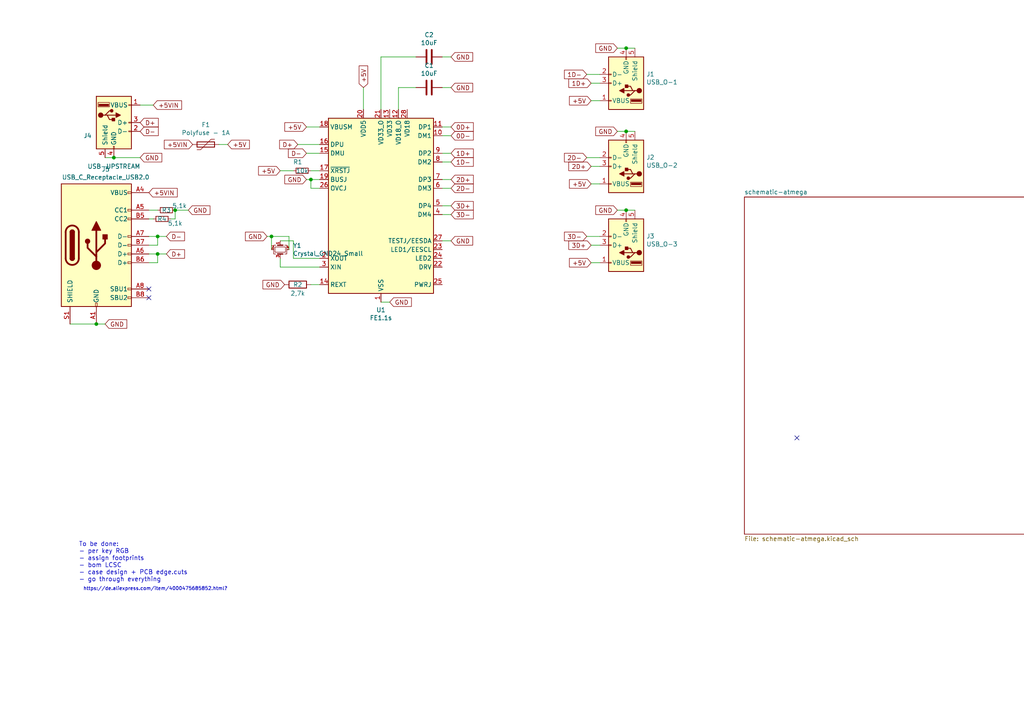
<source format=kicad_sch>
(kicad_sch (version 20220103) (generator eeschema)
  (paper "A4")
  (lib_symbols
    (symbol "usbhub-macropad-rescue:C-Device" (pin_numbers hide) (pin_names (offset 0.254))
      (property "Reference" "C" (at 0.635 2.54 0))
      (property "Value" "C-Device" (at 0.635 -2.54 0))
      (symbol "C-Device_0_1"
        (polyline (pts (xy -2.032 -0.762) (xy 2.032 -0.762)) (stroke (width 0.508)))
        (polyline (pts (xy -2.032 0.762) (xy 2.032 0.762)) (stroke (width 0.508)))
      )
      (symbol "C-Device_1_1"
        (pin passive line (at 0 3.81 270) (length 2.794) (name "~") (number "1"))
        (pin passive line (at 0 -3.81 90) (length 2.794) (name "~") (number "2"))
      )
    )
    (symbol "usbhub-macropad-rescue:Crystal_GND24_Small-Device" (pin_names (offset 1.016) hide)
      (property "Reference" "Y" (at 1.27 4.445 0))
      (property "Value" "Crystal_GND24_Small-Device" (at 1.27 2.54 0))
      (symbol "Crystal_GND24_Small-Device_0_1"
        (rectangle (start -0.762 -1.524) (end 0.762 1.524))
        (polyline (pts (xy -1.27 -0.762) (xy -1.27 0.762)) (stroke (width 0.381)))
        (polyline (pts (xy 1.27 -0.762) (xy 1.27 0.762)) (stroke (width 0.381)))
        (polyline (pts (xy -1.27 -1.27) (xy -1.27 -1.905) (xy 1.27 -1.905) (xy 1.27 -1.27)))
        (polyline (pts (xy -1.27 1.27) (xy -1.27 1.905) (xy 1.27 1.905) (xy 1.27 1.27)))
      )
      (symbol "Crystal_GND24_Small-Device_1_1"
        (pin passive line (at -2.54 0 0) (length 1.27) (name "1") (number "1"))
        (pin passive line (at 0 -2.54 90) (length 0.635) (name "2") (number "2"))
        (pin passive line (at 2.54 0 180) (length 1.27) (name "3") (number "3"))
        (pin passive line (at 0 2.54 270) (length 0.635) (name "4") (number "4"))
      )
    )
    (symbol "usbhub-macropad-rescue:FE1.1s-Interface_USB"
      (property "Reference" "U" (at -11.43 26.67 0))
      (property "Value" "FE1.1s-Interface_USB" (at 12.7 27.94 0))
      (symbol "FE1.1s-Interface_USB_0_1"
        (rectangle (start -15.24 25.4) (end 15.24 -25.4) (stroke (width 0.254)) (fill (type background)))
      )
      (symbol "FE1.1s-Interface_USB_1_1"
        (pin power_in line (at 0 -27.94 90) (length 2.54) (name "VSS") (number "1"))
        (pin bidirectional line (at 17.78 20.32 180) (length 2.54) (name "DM1") (number "10"))
        (pin bidirectional line (at 17.78 22.86 180) (length 2.54) (name "DP1") (number "11"))
        (pin power_out line (at 5.08 27.94 270) (length 2.54) (name "VD18_O") (number "12"))
        (pin power_in line (at 2.54 27.94 270) (length 2.54) (name "VD33") (number "13"))
        (pin passive line (at -17.78 -22.86 0) (length 2.54) (name "REXT") (number "14"))
        (pin bidirectional line (at -17.78 15.24 0) (length 2.54) (name "DMU") (number "15"))
        (pin bidirectional line (at -17.78 17.78 0) (length 2.54) (name "DPU") (number "16"))
        (pin input line (at -17.78 10.16 0) (length 2.54) (name "~{XRSTJ}") (number "17"))
        (pin input line (at -17.78 22.86 0) (length 2.54) (name "VBUSM") (number "18"))
        (pin input line (at -17.78 7.62 0) (length 2.54) (name "BUSJ") (number "19"))
        (pin output line (at -17.78 -15.24 0) (length 2.54) (name "XOUT") (number "2"))
        (pin power_in line (at -5.08 27.94 270) (length 2.54) (name "VDD5") (number "20"))
        (pin power_out line (at 0 27.94 270) (length 2.54) (name "VD33_O") (number "21"))
        (pin bidirectional line (at 17.78 -17.78 180) (length 2.54) (name "DRV") (number "22"))
        (pin bidirectional line (at 17.78 -12.7 180) (length 2.54) (name "LED1/EESCL") (number "23"))
        (pin bidirectional line (at 17.78 -15.24 180) (length 2.54) (name "LED2") (number "24"))
        (pin output line (at 17.78 -22.86 180) (length 2.54) (name "PWRJ") (number "25"))
        (pin input line (at -17.78 5.08 0) (length 2.54) (name "OVCJ") (number "26"))
        (pin bidirectional line (at 17.78 -10.16 180) (length 2.54) (name "TESTJ/EESDA") (number "27"))
        (pin power_in line (at 7.62 27.94 270) (length 2.54) (name "VD18") (number "28"))
        (pin input line (at -17.78 -17.78 0) (length 2.54) (name "XIN") (number "3"))
        (pin bidirectional line (at 17.78 -2.54 180) (length 2.54) (name "DM4") (number "4"))
        (pin bidirectional line (at 17.78 0 180) (length 2.54) (name "DP4") (number "5"))
        (pin bidirectional line (at 17.78 5.08 180) (length 2.54) (name "DM3") (number "6"))
        (pin bidirectional line (at 17.78 7.62 180) (length 2.54) (name "DP3") (number "7"))
        (pin bidirectional line (at 17.78 12.7 180) (length 2.54) (name "DM2") (number "8"))
        (pin bidirectional line (at 17.78 15.24 180) (length 2.54) (name "DP2") (number "9"))
      )
    )
    (symbol "usbhub-macropad-rescue:Polyfuse-Device" (pin_numbers hide) (pin_names (offset 0))
      (property "Reference" "F" (at -2.54 0 90))
      (property "Value" "Polyfuse-Device" (at 2.54 0 90))
      (symbol "Polyfuse-Device_0_1"
        (rectangle (start -0.762 2.54) (end 0.762 -2.54) (stroke (width 0.254)))
        (polyline (pts (xy 0 2.54) (xy 0 -2.54)))
        (polyline (pts (xy -1.524 2.54) (xy -1.524 1.524) (xy 1.524 -1.524) (xy 1.524 -2.54)))
      )
      (symbol "Polyfuse-Device_1_1"
        (pin passive line (at 0 3.81 270) (length 1.27) (name "~") (number "1"))
        (pin passive line (at 0 -3.81 90) (length 1.27) (name "~") (number "2"))
      )
    )
    (symbol "usbhub-macropad-rescue:R-Device" (pin_numbers hide) (pin_names (offset 0))
      (property "Reference" "R" (at 2.032 0 90))
      (property "Value" "R-Device" (at 0 0 90))
      (symbol "R-Device_0_1"
        (rectangle (start -1.016 -2.54) (end 1.016 2.54) (stroke (width 0.254)))
      )
      (symbol "R-Device_1_1"
        (pin passive line (at 0 3.81 270) (length 1.27) (name "~") (number "1"))
        (pin passive line (at 0 -3.81 90) (length 1.27) (name "~") (number "2"))
      )
    )
    (symbol "usbhub-macropad-rescue:R_Small-Device" (pin_numbers hide) (pin_names (offset 0.254) hide)
      (property "Reference" "R" (at 0.762 0.508 0))
      (property "Value" "R_Small-Device" (at 0.762 -1.016 0))
      (symbol "R_Small-Device_0_1"
        (rectangle (start -0.762 1.778) (end 0.762 -1.778) (stroke (width 0.2032)))
      )
      (symbol "R_Small-Device_1_1"
        (pin passive line (at 0 2.54 270) (length 0.762) (name "~") (number "1"))
        (pin passive line (at 0 -2.54 90) (length 0.762) (name "~") (number "2"))
      )
    )
    (symbol "usbhub-macropad-rescue:USB_A-Connector" (pin_names (offset 1.016))
      (property "Reference" "J" (at -5.08 11.43 0))
      (property "Value" "USB_A-Connector" (at -5.08 8.89 0))
      (symbol "USB_A-Connector_0_1"
        (rectangle (start -5.08 -7.62) (end 5.08 7.62) (stroke (width 0.254)) (fill (type background)))
        (circle (center -3.81 2.159) (radius 0.635) (stroke (width 0.254)) (fill (type outline)))
        (rectangle (start -1.524 4.826) (end -4.318 5.334) (fill (type outline)))
        (rectangle (start -1.27 4.572) (end -4.572 5.842))
        (circle (center -0.635 3.429) (radius 0.381) (stroke (width 0.254)) (fill (type outline)))
        (rectangle (start -0.127 -7.62) (end 0.127 -6.858))
        (polyline (pts (xy -3.175 2.159) (xy -2.54 2.159) (xy -1.27 3.429) (xy -0.635 3.429)) (stroke (width 0.254)))
        (polyline (pts (xy -2.54 2.159) (xy -1.905 2.159) (xy -1.27 0.889) (xy 0 0.889)) (stroke (width 0.254)))
        (polyline (pts (xy 0.635 2.794) (xy 0.635 1.524) (xy 1.905 2.159) (xy 0.635 2.794)) (stroke (width 0.254)) (fill (type outline)))
        (rectangle (start 0.254 1.27) (end -0.508 0.508) (stroke (width 0.254)) (fill (type outline)))
        (rectangle (start 5.08 -2.667) (end 4.318 -2.413))
        (rectangle (start 5.08 -0.127) (end 4.318 0.127))
        (rectangle (start 5.08 4.953) (end 4.318 5.207))
      )
      (symbol "USB_A-Connector_1_1"
        (polyline (pts (xy -1.905 2.159) (xy 0.635 2.159)) (stroke (width 0.254)))
        (pin power_in line (at 7.62 5.08 180) (length 2.54) (name "VBUS") (number "1"))
        (pin bidirectional line (at 7.62 -2.54 180) (length 2.54) (name "D-") (number "2"))
        (pin bidirectional line (at 7.62 0 180) (length 2.54) (name "D+") (number "3"))
        (pin power_in line (at 0 -10.16 90) (length 2.54) (name "GND") (number "4"))
        (pin passive line (at -2.54 -10.16 90) (length 2.54) (name "Shield") (number "5"))
      )
    )
    (symbol "usbhub-macropad-rescue:USB_C_Receptacle_USB2.0-Connector" (pin_names (offset 1.016))
      (property "Reference" "J" (at -10.16 19.05 0))
      (property "Value" "USB_C_Receptacle_USB2.0-Connector" (at 19.05 19.05 0))
      (symbol "USB_C_Receptacle_USB2.0-Connector_0_0"
        (rectangle (start -0.254 -17.78) (end 0.254 -16.764))
        (rectangle (start 10.16 -14.986) (end 9.144 -15.494))
        (rectangle (start 10.16 -12.446) (end 9.144 -12.954))
        (rectangle (start 10.16 -4.826) (end 9.144 -5.334))
        (rectangle (start 10.16 -2.286) (end 9.144 -2.794))
        (rectangle (start 10.16 0.254) (end 9.144 -0.254))
        (rectangle (start 10.16 2.794) (end 9.144 2.286))
        (rectangle (start 10.16 7.874) (end 9.144 7.366))
        (rectangle (start 10.16 10.414) (end 9.144 9.906))
        (rectangle (start 10.16 15.494) (end 9.144 14.986))
      )
      (symbol "USB_C_Receptacle_USB2.0-Connector_0_1"
        (rectangle (start -10.16 17.78) (end 10.16 -17.78) (stroke (width 0.254)) (fill (type background)))
        (arc (start -8.89 -3.81) (mid -6.985 -5.715) (end -5.08 -3.81) (stroke (width 0.508)))
        (arc (start -7.62 -3.81) (mid -6.985 -4.445) (end -6.35 -3.81) (stroke (width 0.254)))
        (arc (start -7.62 -3.81) (mid -6.985 -4.445) (end -6.35 -3.81) (stroke (width 0.254)) (fill (type outline)))
        (rectangle (start -7.62 -3.81) (end -6.35 3.81) (stroke (width 0.254)) (fill (type outline)))
        (arc (start -6.35 3.81) (mid -6.985 4.445) (end -7.62 3.81) (stroke (width 0.254)))
        (arc (start -6.35 3.81) (mid -6.985 4.445) (end -7.62 3.81) (stroke (width 0.254)) (fill (type outline)))
        (arc (start -5.08 3.81) (mid -6.985 5.715) (end -8.89 3.81) (stroke (width 0.508)))
        (circle (center -2.54 1.143) (radius 0.635) (stroke (width 0.254)) (fill (type outline)))
        (circle (center 0 -5.842) (radius 1.27) (fill (type outline)))
        (polyline (pts (xy -8.89 -3.81) (xy -8.89 3.81)) (stroke (width 0.508)))
        (polyline (pts (xy -5.08 3.81) (xy -5.08 -3.81)) (stroke (width 0.508)))
        (polyline (pts (xy 0 -5.842) (xy 0 4.318)) (stroke (width 0.508)))
        (polyline (pts (xy 0 -3.302) (xy -2.54 -0.762) (xy -2.54 0.508)) (stroke (width 0.508)))
        (polyline (pts (xy 0 -2.032) (xy 2.54 0.508) (xy 2.54 1.778)) (stroke (width 0.508)))
        (polyline (pts (xy -1.27 4.318) (xy 0 6.858) (xy 1.27 4.318) (xy -1.27 4.318)) (stroke (width 0.254)) (fill (type outline)))
        (rectangle (start 1.905 1.778) (end 3.175 3.048) (stroke (width 0.254)) (fill (type outline)))
      )
      (symbol "USB_C_Receptacle_USB2.0-Connector_1_1"
        (pin passive line (at 0 -22.86 90) (length 5.08) (name "GND") (number "A1"))
        (pin passive line (at 0 -22.86 90) (length 5.08) hide (name "GND") (number "A12"))
        (pin passive line (at 15.24 15.24 180) (length 5.08) (name "VBUS") (number "A4"))
        (pin bidirectional line (at 15.24 10.16 180) (length 5.08) (name "CC1") (number "A5"))
        (pin bidirectional line (at 15.24 -2.54 180) (length 5.08) (name "D+") (number "A6"))
        (pin bidirectional line (at 15.24 2.54 180) (length 5.08) (name "D-") (number "A7"))
        (pin bidirectional line (at 15.24 -12.7 180) (length 5.08) (name "SBU1") (number "A8"))
        (pin passive line (at 15.24 15.24 180) (length 5.08) hide (name "VBUS") (number "A9"))
        (pin passive line (at 0 -22.86 90) (length 5.08) hide (name "GND") (number "B1"))
        (pin passive line (at 0 -22.86 90) (length 5.08) hide (name "GND") (number "B12"))
        (pin passive line (at 15.24 15.24 180) (length 5.08) hide (name "VBUS") (number "B4"))
        (pin bidirectional line (at 15.24 7.62 180) (length 5.08) (name "CC2") (number "B5"))
        (pin bidirectional line (at 15.24 -5.08 180) (length 5.08) (name "D+") (number "B6"))
        (pin bidirectional line (at 15.24 0 180) (length 5.08) (name "D-") (number "B7"))
        (pin bidirectional line (at 15.24 -15.24 180) (length 5.08) (name "SBU2") (number "B8"))
        (pin passive line (at 15.24 15.24 180) (length 5.08) hide (name "VBUS") (number "B9"))
        (pin passive line (at -7.62 -22.86 90) (length 5.08) (name "SHIELD") (number "S1"))
      )
    )
  )
  (junction (at 27.94 93.98))
  (junction (at 181.61 38.1))
  (junction (at 181.61 60.96))
  (junction (at 45.72 68.58))
  (junction (at 90.17 52.07))
  (junction (at 181.61 13.97))
  (junction (at 50.8 60.96))
  (junction (at 45.72 73.66))
  (junction (at 78.74 68.58))
  (junction (at 33.02 45.72))
  (no_connect (at 231.14 127))
  (no_connect (at 43.18 86.36))
  (no_connect (at 43.18 83.82))
  (wire (pts (xy 45.72 68.58) (xy 48.26 68.58)))
  (wire (pts (xy 45.72 71.12) (xy 45.72 68.58)))
  (wire (pts (xy 78.74 68.58) (xy 77.47 68.58)))
  (wire (pts (xy 115.57 31.75) (xy 115.57 25.4)))
  (wire (pts (xy 63.5 41.91) (xy 66.04 41.91)))
  (wire (pts (xy 170.18 45.72) (xy 173.99 45.72)))
  (wire (pts (xy 173.99 21.59) (xy 170.18 21.59)))
  (wire (pts (xy 128.27 44.45) (xy 130.81 44.45)))
  (wire (pts (xy 50.8 63.5) (xy 50.8 60.96)))
  (wire (pts (xy 173.99 68.58) (xy 170.18 68.58)))
  (wire (pts (xy 128.27 52.07) (xy 130.81 52.07)))
  (wire (pts (xy 83.82 72.39) (xy 83.82 68.58)))
  (wire (pts (xy 45.72 73.66) (xy 48.26 73.66)))
  (wire (pts (xy 184.15 60.96) (xy 181.61 60.96)))
  (wire (pts (xy 173.99 24.13) (xy 171.45 24.13)))
  (wire (pts (xy 92.71 44.45) (xy 88.9 44.45)))
  (wire (pts (xy 173.99 53.34) (xy 171.45 53.34)))
  (wire (pts (xy 128.27 46.99) (xy 130.81 46.99)))
  (wire (pts (xy 128.27 54.61) (xy 130.81 54.61)))
  (wire (pts (xy 173.99 29.21) (xy 171.45 29.21)))
  (wire (pts (xy 115.57 25.4) (xy 120.65 25.4)))
  (wire (pts (xy 27.94 93.98) (xy 30.48 93.98)))
  (wire (pts (xy 110.49 16.51) (xy 120.65 16.51)))
  (wire (pts (xy 50.8 60.96) (xy 54.61 60.96)))
  (wire (pts (xy 43.18 73.66) (xy 45.72 73.66)))
  (wire (pts (xy 181.61 38.1) (xy 179.07 38.1)))
  (wire (pts (xy 43.18 63.5) (xy 44.45 63.5)))
  (wire (pts (xy 128.27 62.23) (xy 130.81 62.23)))
  (wire (pts (xy 81.28 69.85) (xy 85.09 69.85)))
  (wire (pts (xy 128.27 39.37) (xy 130.81 39.37)))
  (wire (pts (xy 43.18 60.96) (xy 45.72 60.96)))
  (wire (pts (xy 90.17 52.07) (xy 88.9 52.07)))
  (wire (pts (xy 128.27 59.69) (xy 130.81 59.69)))
  (wire (pts (xy 85.09 49.53) (xy 81.28 49.53)))
  (wire (pts (xy 181.61 13.97) (xy 179.07 13.97)))
  (wire (pts (xy 90.17 54.61) (xy 90.17 52.07)))
  (wire (pts (xy 81.28 74.93) (xy 81.28 77.47)))
  (wire (pts (xy 184.15 38.1) (xy 181.61 38.1)))
  (wire (pts (xy 45.72 73.66) (xy 45.72 76.2)))
  (wire (pts (xy 45.72 68.58) (xy 43.18 68.58)))
  (wire (pts (xy 128.27 16.51) (xy 130.81 16.51)))
  (wire (pts (xy 20.32 93.98) (xy 27.94 93.98)))
  (wire (pts (xy 110.49 31.75) (xy 110.49 16.51)))
  (wire (pts (xy 92.71 82.55) (xy 90.17 82.55)))
  (wire (pts (xy 83.82 68.58) (xy 78.74 68.58)))
  (wire (pts (xy 92.71 41.91) (xy 86.36 41.91)))
  (wire (pts (xy 92.71 52.07) (xy 90.17 52.07)))
  (wire (pts (xy 45.72 76.2) (xy 43.18 76.2)))
  (wire (pts (xy 78.74 68.58) (xy 78.74 72.39)))
  (wire (pts (xy 173.99 71.12) (xy 171.45 71.12)))
  (wire (pts (xy 92.71 49.53) (xy 90.17 49.53)))
  (wire (pts (xy 40.64 30.48) (xy 44.45 30.48)))
  (wire (pts (xy 181.61 60.96) (xy 179.07 60.96)))
  (wire (pts (xy 33.02 45.72) (xy 40.64 45.72)))
  (wire (pts (xy 128.27 25.4) (xy 130.81 25.4)))
  (wire (pts (xy 128.27 36.83) (xy 130.81 36.83)))
  (wire (pts (xy 105.41 31.75) (xy 105.41 25.4)))
  (wire (pts (xy 128.27 69.85) (xy 130.81 69.85)))
  (wire (pts (xy 184.15 13.97) (xy 181.61 13.97)))
  (wire (pts (xy 110.49 87.63) (xy 113.03 87.63)))
  (wire (pts (xy 30.48 45.72) (xy 33.02 45.72)))
  (wire (pts (xy 92.71 54.61) (xy 90.17 54.61)))
  (wire (pts (xy 43.18 71.12) (xy 45.72 71.12)))
  (wire (pts (xy 49.53 63.5) (xy 50.8 63.5)))
  (wire (pts (xy 92.71 77.47) (xy 81.28 77.47)))
  (wire (pts (xy 85.09 74.93) (xy 85.09 69.85)))
  (wire (pts (xy 92.71 36.83) (xy 88.9 36.83)))
  (wire (pts (xy 92.71 74.93) (xy 85.09 74.93)))
  (wire (pts (xy 171.45 48.26) (xy 173.99 48.26)))
  (wire (pts (xy 173.99 76.2) (xy 171.45 76.2)))
  (text "https://de.aliexpress.com/item/4000475685852.html?\n" (at 24.13 171.45 0) (effects (font (size 0.9906 0.9906)) (justify left bottom)))
  (text "To be done: \n- per key RGB\n- assign footprints\n- bom LCSC \n- case design + PCB edge.cuts \n- go through everything\n" (at 22.86 168.91 0) (effects (font (size 1.27 1.27)) (justify left bottom)))
  (global_label "3D-" (shape input) (at 170.18 68.58 180) (property "Intersheetrefs" "${INTERSHEET_REFS}" (effects hide)))
  (global_label "1D+" (shape input) (at 171.45 24.13 180) (property "Intersheetrefs" "${INTERSHEET_REFS}" (effects hide)))
  (global_label "+5V" (shape input) (at 171.45 29.21 180) (property "Intersheetrefs" "${INTERSHEET_REFS}" (effects hide)))
  (global_label "D-" (shape input) (at 88.9 44.45 180) (property "Intersheetrefs" "${INTERSHEET_REFS}" (effects hide)))
  (global_label "+5V" (shape input) (at 81.28 49.53 180) (property "Intersheetrefs" "${INTERSHEET_REFS}" (effects hide)))
  (global_label "GND" (shape input) (at 30.48 93.98 0) (property "Intersheetrefs" "${INTERSHEET_REFS}" (effects hide)))
  (global_label "+5V" (shape input) (at 88.9 36.83 180) (property "Intersheetrefs" "${INTERSHEET_REFS}" (effects hide)))
  (global_label "GND" (shape input) (at 113.03 87.63 0) (property "Intersheetrefs" "${INTERSHEET_REFS}" (effects hide)))
  (global_label "D+" (shape input) (at 40.64 35.56 0) (property "Intersheetrefs" "${INTERSHEET_REFS}" (effects hide)))
  (global_label "1D-" (shape input) (at 170.18 21.59 180) (property "Intersheetrefs" "${INTERSHEET_REFS}" (effects hide)))
  (global_label "+5VIN" (shape input) (at 55.88 41.91 180) (property "Intersheetrefs" "${INTERSHEET_REFS}" (effects hide)))
  (global_label "GND" (shape input) (at 88.9 52.07 180) (property "Intersheetrefs" "${INTERSHEET_REFS}" (effects hide)))
  (global_label "+5V" (shape input) (at 171.45 76.2 180) (property "Intersheetrefs" "${INTERSHEET_REFS}" (effects hide)))
  (global_label "GND" (shape input) (at 179.07 38.1 180) (property "Intersheetrefs" "${INTERSHEET_REFS}" (effects hide)))
  (global_label "2D+" (shape input) (at 171.45 48.26 180) (property "Intersheetrefs" "${INTERSHEET_REFS}" (effects hide)))
  (global_label "+5V" (shape input) (at 171.45 53.34 180) (property "Intersheetrefs" "${INTERSHEET_REFS}" (effects hide)))
  (global_label "+5V" (shape input) (at 105.41 25.4 90) (property "Intersheetrefs" "${INTERSHEET_REFS}" (effects hide)))
  (global_label "1D+" (shape input) (at 130.81 44.45 0) (property "Intersheetrefs" "${INTERSHEET_REFS}" (effects hide)))
  (global_label "2D+" (shape input) (at 130.81 52.07 0) (property "Intersheetrefs" "${INTERSHEET_REFS}" (effects hide)))
  (global_label "GND" (shape input) (at 130.81 25.4 0) (property "Intersheetrefs" "${INTERSHEET_REFS}" (effects hide)))
  (global_label "D+" (shape input) (at 86.36 41.91 180) (property "Intersheetrefs" "${INTERSHEET_REFS}" (effects hide)))
  (global_label "3D+" (shape input) (at 171.45 71.12 180) (property "Intersheetrefs" "${INTERSHEET_REFS}" (effects hide)))
  (global_label "GND" (shape input) (at 130.81 69.85 0) (property "Intersheetrefs" "${INTERSHEET_REFS}" (effects hide)))
  (global_label "+5VIN" (shape input) (at 43.18 55.88 0) (property "Intersheetrefs" "${INTERSHEET_REFS}" (effects hide)))
  (global_label "0D+" (shape input) (at 130.81 36.83 0) (property "Intersheetrefs" "${INTERSHEET_REFS}" (effects hide)))
  (global_label "+5VIN" (shape input) (at 44.45 30.48 0) (property "Intersheetrefs" "${INTERSHEET_REFS}" (effects hide)))
  (global_label "1D-" (shape input) (at 130.81 46.99 0) (property "Intersheetrefs" "${INTERSHEET_REFS}" (effects hide)))
  (global_label "D-" (shape input) (at 48.26 68.58 0) (property "Intersheetrefs" "${INTERSHEET_REFS}" (effects hide)))
  (global_label "GND" (shape input) (at 77.47 68.58 180) (property "Intersheetrefs" "${INTERSHEET_REFS}" (effects hide)))
  (global_label "0D-" (shape input) (at 130.81 39.37 0) (property "Intersheetrefs" "${INTERSHEET_REFS}" (effects hide)))
  (global_label "3D-" (shape input) (at 130.81 62.23 0) (property "Intersheetrefs" "${INTERSHEET_REFS}" (effects hide)))
  (global_label "GND" (shape input) (at 40.64 45.72 0) (property "Intersheetrefs" "${INTERSHEET_REFS}" (effects hide)))
  (global_label "2D-" (shape input) (at 170.18 45.72 180) (property "Intersheetrefs" "${INTERSHEET_REFS}" (effects hide)))
  (global_label "+5V" (shape input) (at 66.04 41.91 0) (property "Intersheetrefs" "${INTERSHEET_REFS}" (effects hide)))
  (global_label "GND" (shape input) (at 179.07 60.96 180) (property "Intersheetrefs" "${INTERSHEET_REFS}" (effects hide)))
  (global_label "D-" (shape input) (at 40.64 38.1 0) (property "Intersheetrefs" "${INTERSHEET_REFS}" (effects hide)))
  (global_label "D+" (shape input) (at 48.26 73.66 0) (property "Intersheetrefs" "${INTERSHEET_REFS}" (effects hide)))
  (global_label "2D-" (shape input) (at 130.81 54.61 0) (property "Intersheetrefs" "${INTERSHEET_REFS}" (effects hide)))
  (global_label "GND" (shape input) (at 54.61 60.96 0) (property "Intersheetrefs" "${INTERSHEET_REFS}" (effects hide)))
  (global_label "GND" (shape input) (at 130.81 16.51 0) (property "Intersheetrefs" "${INTERSHEET_REFS}" (effects hide)))
  (global_label "GND" (shape input) (at 179.07 13.97 180) (property "Intersheetrefs" "${INTERSHEET_REFS}" (effects hide)))
  (global_label "3D+" (shape input) (at 130.81 59.69 0) (property "Intersheetrefs" "${INTERSHEET_REFS}" (effects hide)))
  (global_label "GND" (shape input) (at 82.55 82.55 180) (property "Intersheetrefs" "${INTERSHEET_REFS}" (effects hide)))
  (symbol (lib_id "usbhub-macropad-rescue:FE1.1s-Interface_USB") (at 110.49 59.69 0) (unit 1)
    (property "Reference" "U1" (at 110.49 89.8906 0))
    (property "Value" "FE1.1s" (at 110.49 92.202 0))
    (property "Footprint" "Package_SO:SSOP-28_3.9x9.9mm_P0.635mm" (effects hide))
    (property "Datasheet" "https://cdn-shop.adafruit.com/product-files/2991/FE1.1s+Data+Sheet+(Rev.+1.0).pdf" (effects hide))
    (property "LCSC" "C9359" (effects hide))
  )
  (symbol (lib_id "usbhub-macropad-rescue:C-Device") (at 124.46 25.4 270) (unit 1)
    (property "Reference" "C1" (at 124.46 18.9992 90))
    (property "Value" "10uF" (at 124.46 21.3106 90))
    (property "Footprint" "Capacitor_SMD:C_0805_2012Metric" (effects hide))
    (property "LCSC" "C91245" (effects hide))
  )
  (symbol (lib_id "usbhub-macropad-rescue:R-Device") (at 86.36 82.55 270) (unit 1)
    (property "Reference" "R2" (at 86.36 82.55 90))
    (property "Value" "2,7k" (at 86.36 85.09 90))
    (property "Footprint" "Resistor_SMD:R_0805_2012Metric" (effects hide))
    (property "LCSC" "C17530" (effects hide))
  )
  (symbol (lib_id "usbhub-macropad-rescue:C-Device") (at 124.46 16.51 270) (unit 1)
    (property "Reference" "C2" (at 124.46 10.1092 90))
    (property "Value" "10uF" (at 124.46 12.4206 90))
    (property "Footprint" "Capacitor_SMD:C_0805_2012Metric" (effects hide))
    (property "LCSC" "C91245" (effects hide))
  )
  (symbol (lib_id "usbhub-macropad-rescue:R_Small-Device") (at 87.63 49.53 270) (unit 1)
    (property "Reference" "R1" (at 86.36 46.99 90))
    (property "Value" "10k" (at 87.63 49.53 90))
    (property "Footprint" "Resistor_SMD:R_0805_2012Metric" (effects hide))
    (property "LCSC" "C17414" (effects hide))
  )
  (symbol (lib_id "usbhub-macropad-rescue:USB_A-Connector") (at 181.61 24.13 180) (unit 1)
    (property "Reference" "J1" (at 187.452 21.5138 0) (effects (justify right)))
    (property "Value" "USB_O-1" (at 187.452 23.8252 0) (effects (justify right)))
    (property "Footprint" "usb-connector:GCT_USB1125-GF-B_REVA" (effects hide))
    (property "Datasheet" " ~" (effects hide))
    (property "LCSC" "C109354" (effects hide))
  )
  (symbol (lib_id "usbhub-macropad-rescue:USB_A-Connector") (at 181.61 48.26 180) (unit 1)
    (property "Reference" "J2" (at 187.452 45.6438 0) (effects (justify right)))
    (property "Value" "USB_O-2" (at 187.452 47.9552 0) (effects (justify right)))
    (property "Footprint" "usb-connector:GCT_USB1125-GF-B_REVA" (effects hide))
    (property "Datasheet" " ~" (effects hide))
    (property "LCSC" "C109354" (effects hide))
  )
  (symbol (lib_id "usbhub-macropad-rescue:USB_A-Connector") (at 181.61 71.12 180) (unit 1)
    (property "Reference" "J3" (at 187.452 68.5038 0) (effects (justify right)))
    (property "Value" "USB_O-3" (at 187.452 70.8152 0) (effects (justify right)))
    (property "Footprint" "usb-connector:GCT_USB1125-GF-B_REVA" (effects hide))
    (property "Datasheet" " ~" (effects hide))
    (property "LCSC" "C109354" (effects hide))
  )
  (symbol (lib_id "usbhub-macropad-rescue:Crystal_GND24_Small-Device") (at 81.28 72.39 270) (unit 1)
    (property "Reference" "Y1" (at 84.9376 71.2216 90) (effects (justify left)))
    (property "Value" "Crystal_GND24_Small" (at 84.9376 73.533 90) (effects (justify left)))
    (property "Footprint" "Crystal:Crystal_SMD_3225-4Pin_3.2x2.5mm" (effects hide))
    (property "LCSC" "C93234" (effects hide))
  )
  (symbol (lib_id "usbhub-macropad-rescue:Polyfuse-Device") (at 59.69 41.91 270) (unit 1)
    (property "Reference" "F1" (at 59.69 36.195 90))
    (property "Value" "Polyfuse - 1A" (at 59.69 38.5064 90))
    (property "Footprint" "Fuse:Fuse_1206_3216Metric" (effects hide))
    (property "LCSC" "C69688" (effects hide))
  )
  (symbol (lib_id "usbhub-macropad-rescue:USB_A-Connector") (at 33.02 35.56 0) (unit 1)
    (property "Reference" "J4" (at 25.4 39.37 0))
    (property "Value" "USB-UPSTREAM" (at 33.02 48.26 0))
    (property "Footprint" "usb-connector:GCT_USB1125-GF-B_REVA" (effects hide))
    (property "Datasheet" " ~" (effects hide))
    (property "LCSC" "C109354" (effects hide))
  )
  (symbol (lib_id "usbhub-macropad-rescue:USB_C_Receptacle_USB2.0-Connector") (at 27.94 71.12 0) (unit 1)
    (property "Reference" "J5" (at 30.6578 49.0982 0))
    (property "Value" "USB_C_Receptacle_USB2.0" (at 30.6578 51.4096 0))
    (property "Footprint" "Connector_USB:USB_C_Receptacle_HRO_TYPE-C-31-M-12" (effects hide))
    (property "Datasheet" "https://www.usb.org/sites/default/files/documents/usb_type-c.zip" (effects hide))
    (property "LCSC" "C165948" (effects hide))
  )
  (symbol (lib_id "usbhub-macropad-rescue:R_Small-Device") (at 48.26 60.96 270) (unit 1)
    (property "Reference" "R3" (at 48.26 60.96 90))
    (property "Value" "5,1k" (at 52.07 59.69 90))
    (property "Footprint" "Resistor_SMD:R_0805_2012Metric" (effects hide))
    (property "LCSC" "C26023" (effects hide))
  )
  (symbol (lib_id "usbhub-macropad-rescue:R_Small-Device") (at 46.99 63.5 270) (unit 1)
    (property "Reference" "R4" (at 46.99 63.5 90))
    (property "Value" "5,1k" (at 50.8 64.77 90))
    (property "Footprint" "Resistor_SMD:R_0805_2012Metric" (effects hide))
    (property "LCSC" "C26023" (effects hide))
  )
  (sheet (at 215.9 57.15) (size 129.54 97.79)
    (property "Sheetname" "schematic-atmega" (at 215.9 56.4384 0) (effects (justify left bottom)))
    (property "Sheetfile" "schematic-atmega.kicad_sch" (at 215.9 155.5246 0) (effects (justify left top)))
  )
)
</source>
